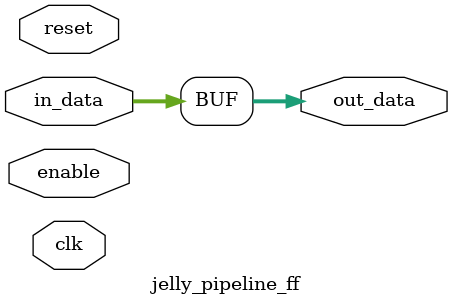
<source format=v>



`timescale       1ns / 1ps
`default_nettype none



module jelly_pipeline_ff
		#(
			parameter	REG   = 0,
			parameter	WIDTH = 32,
			parameter	INIT  = 0
		)
		(
			input	wire					reset,
			input	wire					enable,
			input	wire					clk,
			
			input	wire	[WIDTH-1:0]		in_data,
			output	wire	[WIDTH-1:0]		out_data
		);
	
	// input
	generate
	if ( REG > 0 ) begin
		reg		[WIDTH-1:0]		reg_data	[0:REG-1];
		integer					i;
		always @(posedge clk) begin
			if ( enable ) begin
				if ( reset ) begin
					for ( i = 0; i < REG; i = i + 1 ) begin
						reg_data[i] <= INIT;
					end
				end
				else begin
					reg_data[0] <= in_data;
					for ( i = 1; i < REG; i = i + 1 ) begin
						reg_data[i] <= reg_data[i-1];
					end
				end
			end
		end
		assign out_data = reg_data[REG-1];
	end
	else begin
		assign out_data = in_data;
	end
	endgenerate
	
	
endmodule


`default_nettype wire


// end of file

</source>
